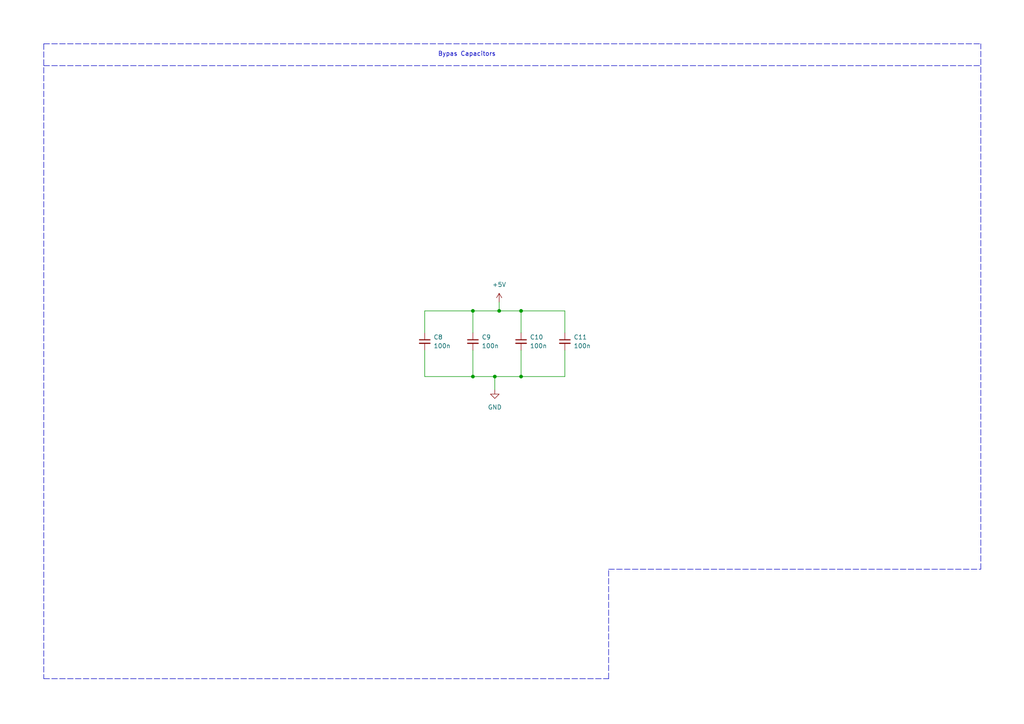
<source format=kicad_sch>
(kicad_sch (version 20210621) (generator eeschema)
  (paper "A4")
  (lib_symbols
    (symbol "Device:C_Small" (pin_numbers hide) (pin_names (offset 0.254) hide)
      (property "Reference" "C" (at 0.254 1.778 0))
      (property "Value" "C_Small" (at 0.254 -2.032 0))
      (symbol "C_Small_0_1"
        (polyline (pts (xy -1.524 -0.508) (xy 1.524 -0.508)) (stroke (width 0.3302)))
        (polyline (pts (xy -1.524 0.508) (xy 1.524 0.508)) (stroke (width 0.3048)))
      )
      (symbol "C_Small_1_1"
        (pin passive line (at 0 2.54 270) (length 2.032) (name "~") (number "1"))
        (pin passive line (at 0 -2.54 90) (length 2.032) (name "~") (number "2"))
      )
    )
    (symbol "power:+5V" (power) (pin_names (offset 0))
      (property "Value" "+5V" (at 0 3.556 0))
      (symbol "+5V_0_1"
        (polyline (pts (xy -0.762 1.27) (xy 0 2.54)))
        (polyline (pts (xy 0 0) (xy 0 2.54)))
        (polyline (pts (xy 0 2.54) (xy 0.762 1.27)))
      )
      (symbol "+5V_1_1"
        (pin power_in line (at 0 0 90) (length 0) hide (name "+5V") (number "1"))
      )
    )
    (symbol "power:GND" (power) (pin_names (offset 0))
      (property "Value" "GND" (at 0 -3.81 0))
      (symbol "GND_0_1"
        (polyline (pts (xy 0 0) (xy 0 -1.27) (xy 1.27 -1.27) (xy 0 -2.54) (xy -1.27 -1.27) (xy 0 -1.27)))
      )
      (symbol "GND_1_1"
        (pin power_in line (at 0 0 270) (length 0) hide (name "GND") (number "1"))
      )
    )
  )
  (junction (at 137.16 90.17))
  (junction (at 137.16 109.22))
  (junction (at 143.51 109.22))
  (junction (at 144.78 90.17))
  (junction (at 151.13 90.17))
  (junction (at 151.13 109.22))
  (wire (pts (xy 123.19 90.17) (xy 137.16 90.17)))
  (wire (pts (xy 123.19 96.52) (xy 123.19 90.17)))
  (wire (pts (xy 123.19 101.6) (xy 123.19 109.22)))
  (wire (pts (xy 123.19 109.22) (xy 137.16 109.22)))
  (wire (pts (xy 137.16 90.17) (xy 144.78 90.17)))
  (wire (pts (xy 137.16 96.52) (xy 137.16 90.17)))
  (wire (pts (xy 137.16 101.6) (xy 137.16 109.22)))
  (wire (pts (xy 137.16 109.22) (xy 143.51 109.22)))
  (wire (pts (xy 143.51 109.22) (xy 143.51 113.03)))
  (wire (pts (xy 143.51 109.22) (xy 151.13 109.22)))
  (wire (pts (xy 144.78 87.63) (xy 144.78 90.17)))
  (wire (pts (xy 144.78 90.17) (xy 151.13 90.17)))
  (wire (pts (xy 151.13 90.17) (xy 151.13 96.52)))
  (wire (pts (xy 151.13 90.17) (xy 163.83 90.17)))
  (wire (pts (xy 151.13 101.6) (xy 151.13 109.22)))
  (wire (pts (xy 151.13 109.22) (xy 163.83 109.22)))
  (wire (pts (xy 163.83 90.17) (xy 163.83 96.52)))
  (wire (pts (xy 163.83 109.22) (xy 163.83 101.6)))
  (polyline (pts (xy 12.7 12.7) (xy 12.7 196.85)))
  (polyline (pts (xy 12.7 12.7) (xy 284.48 12.7)))
  (polyline (pts (xy 12.7 19.05) (xy 284.48 19.05)))
  (polyline (pts (xy 12.7 196.85) (xy 176.53 196.85)))
  (polyline (pts (xy 176.53 165.1) (xy 284.48 165.1)))
  (polyline (pts (xy 176.53 196.85) (xy 176.53 165.1)))
  (polyline (pts (xy 284.48 165.1) (xy 284.48 12.7)))
  (text "Bypas Capacitors" (at 127 16.51 0) (effects (font (size 1.27 1.27)) (justify left bottom)))
  (symbol (lib_id "power:+5V") (at 144.78 87.63 0) (unit 1)
    (property "Reference" "#PWR018" (effects hide))
    (property "Value" "+5V" (at 144.78 82.55 0))
  )
  (symbol (lib_id "power:GND") (at 143.51 113.03 0) (unit 1)
    (property "Reference" "#PWR019" (effects hide))
    (property "Value" "GND" (at 143.51 118.11 0))
  )
  (symbol (lib_id "Device:C_Small") (at 123.19 99.06 0) (unit 1)
    (property "Reference" "C8" (at 125.73 97.7899 0) (effects (justify left)))
    (property "Value" "100n" (at 125.73 100.3299 0) (effects (justify left)))
    (property "Footprint" "Capacitor_SMD:C_0805_2012Metric" (effects hide))
  )
  (symbol (lib_id "Device:C_Small") (at 137.16 99.06 0) (unit 1)
    (property "Reference" "C9" (at 139.7 97.7899 0) (effects (justify left)))
    (property "Value" "100n" (at 139.7 100.3299 0) (effects (justify left)))
    (property "Footprint" "Capacitor_SMD:C_0805_2012Metric" (effects hide))
  )
  (symbol (lib_id "Device:C_Small") (at 151.13 99.06 0) (unit 1)
    (property "Reference" "C10" (at 153.67 97.7899 0) (effects (justify left)))
    (property "Value" "100n" (at 153.67 100.3299 0) (effects (justify left)))
    (property "Footprint" "Capacitor_SMD:C_0805_2012Metric" (effects hide))
  )
  (symbol (lib_id "Device:C_Small") (at 163.83 99.06 0) (unit 1)
    (property "Reference" "C11" (at 166.37 97.7899 0) (effects (justify left)))
    (property "Value" "100n" (at 166.37 100.3299 0) (effects (justify left)))
    (property "Footprint" "Capacitor_SMD:C_0805_2012Metric" (effects hide))
  )
)
</source>
